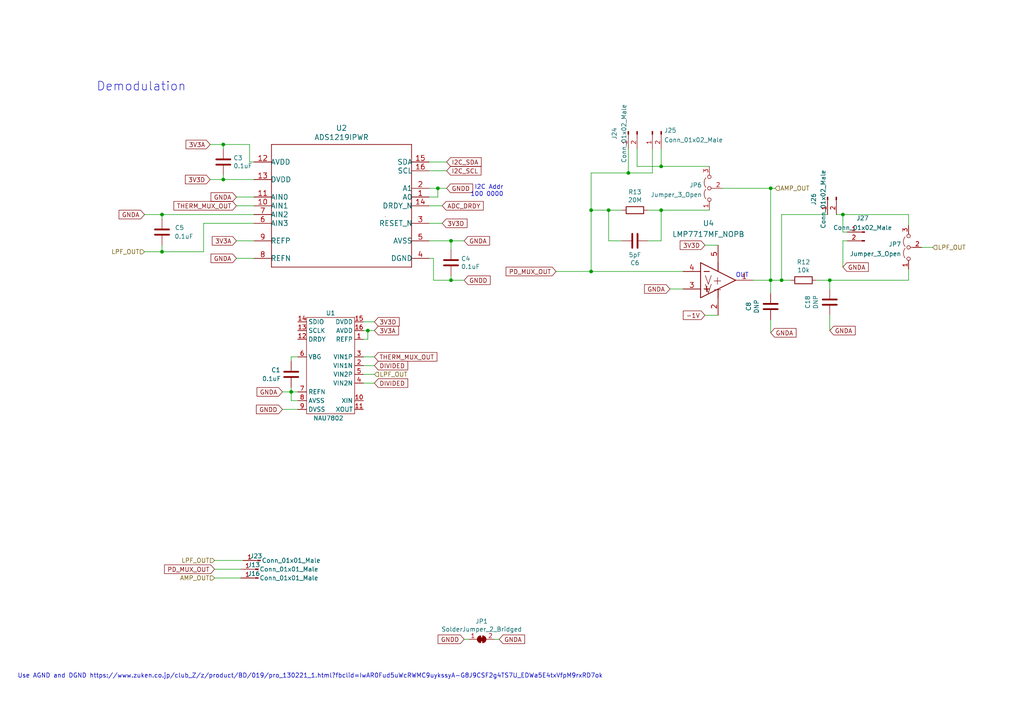
<source format=kicad_sch>
(kicad_sch (version 20211123) (generator eeschema)
  (paper "A4")
  (lib_symbols
    (symbol "Connector:Conn_01x01_Male" (pin_names (offset 1.016) hide)
      (property "Reference" "J" (at 0 2.54 0))
      (property "Value" "Conn_01x01_Male" (at 0 -2.54 0))
      (symbol "Conn_01x01_Male_1_1"
        (polyline (pts (xy 1.27 0) (xy 0.8636 0)) (stroke (width 0.1524)))
        (rectangle (start 0.8636 0.127) (end 0 -0.127) (stroke (width 0.1524)) (fill (type outline)))
        (pin passive line (at 5.08 0 180) (length 3.81) (name "Pin_1") (number "1"))
      )
    )
    (symbol "Connector:Conn_01x02_Male" (pin_names (offset 1.016) hide)
      (property "Reference" "J" (at 0 2.54 0))
      (property "Value" "Conn_01x02_Male" (at 0 -5.08 0))
      (symbol "Conn_01x02_Male_1_1"
        (polyline (pts (xy 1.27 -2.54) (xy 0.8636 -2.54)) (stroke (width 0.1524)))
        (polyline (pts (xy 1.27 0) (xy 0.8636 0)) (stroke (width 0.1524)))
        (rectangle (start 0.8636 -2.413) (end 0 -2.667) (stroke (width 0.1524)) (fill (type outline)))
        (rectangle (start 0.8636 0.127) (end 0 -0.127) (stroke (width 0.1524)) (fill (type outline)))
        (pin passive line (at 5.08 0 180) (length 3.81) (name "Pin_1") (number "1"))
        (pin passive line (at 5.08 -2.54 180) (length 3.81) (name "Pin_2") (number "2"))
      )
    )
    (symbol "Device:C" (pin_numbers hide) (pin_names (offset 0.254))
      (property "Reference" "C" (at 0.635 2.54 0))
      (property "Value" "C" (at 0.635 -2.54 0))
      (symbol "C_0_1"
        (polyline (pts (xy -2.032 -0.762) (xy 2.032 -0.762)) (stroke (width 0.508)))
        (polyline (pts (xy -2.032 0.762) (xy 2.032 0.762)) (stroke (width 0.508)))
      )
      (symbol "C_1_1"
        (pin passive line (at 0 3.81 270) (length 2.794) (name "~") (number "1"))
        (pin passive line (at 0 -3.81 90) (length 2.794) (name "~") (number "2"))
      )
    )
    (symbol "Device:R" (pin_numbers hide) (pin_names (offset 0))
      (property "Reference" "R" (at 2.032 0 90))
      (property "Value" "R" (at 0 0 90))
      (symbol "R_0_1"
        (rectangle (start -1.016 -2.54) (end 1.016 2.54) (stroke (width 0.254)))
      )
      (symbol "R_1_1"
        (pin passive line (at 0 3.81 270) (length 1.27) (name "~") (number "1"))
        (pin passive line (at 0 -3.81 90) (length 1.27) (name "~") (number "2"))
      )
    )
    (symbol "Jumper:Jumper_3_Open" (pin_names (offset 0) hide)
      (property "Reference" "JP" (at -2.54 -2.54 0))
      (property "Value" "Jumper_3_Open" (at 0 2.794 0))
      (symbol "Jumper_3_Open_0_0"
        (circle (center -3.302 0) (radius 0.508))
        (circle (center 0 0) (radius 0.508))
        (circle (center 3.302 0) (radius 0.508))
      )
      (symbol "Jumper_3_Open_0_1"
        (arc (start -0.254 1.016) (mid -1.651 1.4992) (end -3.048 1.016))
        (polyline (pts (xy 0 -0.508) (xy 0 -1.27)))
        (arc (start 3.048 1.016) (mid 1.651 1.4992) (end 0.254 1.016))
      )
      (symbol "Jumper_3_Open_1_1"
        (pin passive line (at -6.35 0 0) (length 2.54) (name "A") (number "1"))
        (pin input line (at 0 -3.81 90) (length 2.54) (name "C") (number "2"))
        (pin passive line (at 6.35 0 180) (length 2.54) (name "B") (number "3"))
      )
    )
    (symbol "Jumper:SolderJumper_2_Bridged" (pin_names (offset 0) hide)
      (property "Reference" "JP" (at 0 2.032 0))
      (property "Value" "SolderJumper_2_Bridged" (at 0 -2.54 0))
      (symbol "SolderJumper_2_Bridged_0_1"
        (rectangle (start -0.508 0.508) (end 0.508 -0.508) (fill (type outline)))
        (arc (start -0.254 1.016) (mid -1.27 0) (end -0.254 -1.016))
        (arc (start -0.254 1.016) (mid -1.27 0) (end -0.254 -1.016) (fill (type outline)))
        (polyline (pts (xy -0.254 1.016) (xy -0.254 -1.016)))
        (polyline (pts (xy 0.254 1.016) (xy 0.254 -1.016)))
        (arc (start 0.254 -1.016) (mid 1.27 0) (end 0.254 1.016))
        (arc (start 0.254 -1.016) (mid 1.27 0) (end 0.254 1.016) (fill (type outline)))
      )
      (symbol "SolderJumper_2_Bridged_1_1"
        (pin passive line (at -3.81 0 0) (length 2.54) (name "A") (number "1"))
        (pin passive line (at 3.81 0 180) (length 2.54) (name "B") (number "2"))
      )
    )
    (symbol "Ninja-qPCR:ADS122C04IPWR" (pin_names (offset -0.254))
      (property "Reference" "U" (at 0 2.54 0))
      (property "Value" "Ninja-qPCR_ADS122C04IPWR" (at 0 0 0))
      (symbol "ADS122C04IPWR_1_1"
        (polyline (pts (xy -20.32 -17.78) (xy 20.32 -17.78)) (stroke (width 0.2032)))
        (polyline (pts (xy -20.32 17.78) (xy -20.32 -17.78)) (stroke (width 0.2032)))
        (polyline (pts (xy 20.32 -17.78) (xy 20.32 17.78)) (stroke (width 0.2032)))
        (polyline (pts (xy 20.32 17.78) (xy -20.32 17.78)) (stroke (width 0.2032)))
        (pin input line (at 25.4 2.54 180) (length 5.08) (name "A0") (number "1"))
        (pin input line (at -25.4 0 0) (length 5.08) (name "AIN1") (number "10"))
        (pin input line (at -25.4 2.54 0) (length 5.08) (name "AIN0") (number "11"))
        (pin power_in line (at -25.4 12.7 0) (length 5.08) (name "AVDD") (number "12"))
        (pin power_in line (at -25.4 7.62 0) (length 5.08) (name "DVDD") (number "13"))
        (pin output line (at 25.4 0 180) (length 5.08) (name "DRDY_N") (number "14"))
        (pin bidirectional line (at 25.4 12.7 180) (length 5.08) (name "SDA") (number "15"))
        (pin input line (at 25.4 10.16 180) (length 5.08) (name "SCL") (number "16"))
        (pin input line (at 25.4 5.08 180) (length 5.08) (name "A1") (number "2"))
        (pin input line (at 25.4 -5.08 180) (length 5.08) (name "RESET_N") (number "3"))
        (pin power_in line (at 25.4 -15.24 180) (length 5.08) (name "DGND") (number "4"))
        (pin power_in line (at 25.4 -10.16 180) (length 5.08) (name "AVSS") (number "5"))
        (pin input line (at -25.4 -5.08 0) (length 5.08) (name "AIN3") (number "6"))
        (pin input line (at -25.4 -2.54 0) (length 5.08) (name "AIN2") (number "7"))
        (pin input line (at -25.4 -15.24 0) (length 5.08) (name "REFN") (number "8"))
        (pin input line (at -25.4 -10.16 0) (length 5.08) (name "REFP") (number "9"))
      )
    )
    (symbol "Ninja-qPCR:LMP7717MF_NOPB" (pin_names (offset 0) hide)
      (property "Reference" "U" (at 15.748 0.254 0))
      (property "Value" "Ninja-qPCR_LMP7717MF_NOPB" (at 15.748 -2.286 0))
      (symbol "LMP7717MF_NOPB_0_0"
        (text "V+" (at 3.81 -5.08 0) (effects (font (size 2.54 2.54))))
        (text "V-" (at 3.81 -7.62 0) (effects (font (size 2.54 2.54))))
      )
      (symbol "LMP7717MF_NOPB_1_1"
        (polyline (pts (xy 0 -10.16) (xy 10.16 -5.08)) (stroke (width 0.254)))
        (polyline (pts (xy 0 0) (xy 0 -10.16)) (stroke (width 0.254)))
        (polyline (pts (xy 0 0) (xy 10.16 -5.08)) (stroke (width 0.254)))
        (polyline (pts (xy 1.016 -7.62) (xy 2.54 -7.62)) (stroke (width 0.254)))
        (polyline (pts (xy 1.016 -2.54) (xy 2.54 -2.54)) (stroke (width 0.254)))
        (polyline (pts (xy 1.778 -6.858) (xy 1.778 -8.382)) (stroke (width 0.254)))
        (polyline (pts (xy 5.08 -7.62) (xy 5.08 -10.16)) (stroke (width 0.254)))
        (polyline (pts (xy 5.08 0) (xy 5.08 -2.54)) (stroke (width 0.254)))
        (pin output line (at 15.24 -5.08 180) (length 5.08) (name "OUT") (number "1"))
        (pin power_in line (at 5.08 -15.24 90) (length 5.08) (name "V-") (number "2"))
        (pin input line (at -5.08 -7.62 0) (length 5.08) (name "IN+") (number "3"))
        (pin input line (at -5.08 -2.54 0) (length 5.08) (name "IN-") (number "4"))
        (pin power_in line (at 5.08 5.08 270) (length 5.08) (name "V+") (number "5"))
      )
    )
    (symbol "Ninja-qPCR:NAU7802"
      (property "Reference" "U" (at 8.89 2.54 0))
      (property "Value" "NAU7802" (at 8.89 -27.94 0))
      (symbol "NAU7802_0_1"
        (rectangle (start 2.54 1.27) (end 16.51 -26.67) (stroke (width 0.1524)))
        (rectangle (start 25.4 30.48) (end 25.4 30.48) (stroke (width 0.1524)))
        (rectangle (start 25.4 30.48) (end 25.4 30.48) (stroke (width 0.1524)))
        (rectangle (start 25.4 30.48) (end 25.4 30.48) (stroke (width 0.1524)))
      )
      (symbol "NAU7802_1_1"
        (pin input line (at 19.05 -5.08 180) (length 2.54) (name "REFP") (number "1"))
        (pin input line (at 19.05 -22.86 180) (length 2.54) (name "XIN") (number "10"))
        (pin input line (at 19.05 -25.4 180) (length 2.54) (name "XOUT") (number "11"))
        (pin input line (at 0 -5.08 0) (length 2.54) (name "DRDY") (number "12"))
        (pin input line (at 0 -2.54 0) (length 2.54) (name "SCLK") (number "13"))
        (pin input line (at 0 0 0) (length 2.54) (name "SDIO") (number "14"))
        (pin input line (at 19.05 0 180) (length 2.54) (name "DVDD") (number "15"))
        (pin input line (at 19.05 -2.54 180) (length 2.54) (name "AVDD") (number "16"))
        (pin input line (at 19.05 -12.7 180) (length 2.54) (name "VIN1N") (number "2"))
        (pin input line (at 19.05 -10.16 180) (length 2.54) (name "VIN1P") (number "3"))
        (pin input line (at 19.05 -17.78 180) (length 2.54) (name "VIN2N") (number "4"))
        (pin input line (at 19.05 -15.24 180) (length 2.54) (name "VIN2P") (number "5"))
        (pin input line (at 0 -10.16 0) (length 2.54) (name "VBG") (number "6"))
        (pin input line (at 0 -20.32 0) (length 2.54) (name "REFN") (number "7"))
        (pin input line (at 0 -22.86 0) (length 2.54) (name "AVSS") (number "8"))
        (pin input line (at 0 -25.4 0) (length 2.54) (name "DVSS") (number "9"))
      )
    )
  )
  (junction (at 84.455 113.665))
  (junction (at 171.45 60.96))
  (junction (at 130.81 81.28))
  (junction (at 240.665 81.28))
  (junction (at 244.475 62.23))
  (junction (at 176.53 60.96))
  (junction (at 191.77 48.26))
  (junction (at 106.68 95.885))
  (junction (at 64.77 52.07))
  (junction (at 64.77 41.91))
  (junction (at 182.245 50.165))
  (junction (at 46.99 62.23))
  (junction (at 226.695 81.28))
  (junction (at 191.77 60.96))
  (junction (at 171.45 78.74))
  (junction (at 223.52 54.61))
  (junction (at 46.99 73.025))
  (junction (at 127 54.61))
  (junction (at 130.81 69.85))
  (junction (at 223.52 81.28))
  (wire (pts (xy 240.665 81.28) (xy 263.525 81.28)))
  (wire (pts (xy 68.58 57.15) (xy 73.66 57.15)))
  (wire (pts (xy 191.77 60.96) (xy 191.77 69.85)))
  (wire (pts (xy 161.29 78.74) (xy 171.45 78.74)))
  (wire (pts (xy 263.525 62.23) (xy 263.525 65.405)))
  (wire (pts (xy 240.665 81.28) (xy 240.665 83.82)))
  (wire (pts (xy 86.36 103.505) (xy 84.455 103.505)))
  (wire (pts (xy 130.81 69.85) (xy 134.62 69.85)))
  (wire (pts (xy 218.44 81.28) (xy 223.52 81.28)))
  (wire (pts (xy 46.99 73.025) (xy 59.055 73.025)))
  (wire (pts (xy 84.455 113.665) (xy 86.36 113.665)))
  (wire (pts (xy 64.77 52.07) (xy 73.66 52.07)))
  (wire (pts (xy 62.23 167.64) (xy 69.85 167.64)))
  (wire (pts (xy 191.77 43.18) (xy 191.77 48.26)))
  (wire (pts (xy 60.96 52.07) (xy 64.77 52.07)))
  (wire (pts (xy 134.62 185.42) (xy 135.89 185.42)))
  (wire (pts (xy 105.41 98.425) (xy 106.68 98.425)))
  (wire (pts (xy 180.34 69.85) (xy 176.53 69.85)))
  (wire (pts (xy 171.45 60.96) (xy 171.45 78.74)))
  (wire (pts (xy 176.53 60.96) (xy 171.45 60.96)))
  (wire (pts (xy 236.855 81.28) (xy 240.665 81.28)))
  (wire (pts (xy 128.27 59.69) (xy 124.46 59.69)))
  (wire (pts (xy 189.23 43.18) (xy 189.23 50.165)))
  (wire (pts (xy 124.46 49.53) (xy 129.54 49.53)))
  (wire (pts (xy 130.81 81.28) (xy 130.81 80.01)))
  (wire (pts (xy 226.695 62.23) (xy 226.695 81.28)))
  (wire (pts (xy 244.475 69.85) (xy 244.475 77.47)))
  (wire (pts (xy 124.46 46.99) (xy 129.54 46.99)))
  (wire (pts (xy 105.41 95.885) (xy 106.68 95.885)))
  (wire (pts (xy 242.57 62.23) (xy 244.475 62.23)))
  (wire (pts (xy 226.695 81.28) (xy 229.235 81.28)))
  (wire (pts (xy 46.99 62.23) (xy 73.66 62.23)))
  (wire (pts (xy 130.81 81.28) (xy 125.73 81.28)))
  (wire (pts (xy 124.46 69.85) (xy 130.81 69.85)))
  (wire (pts (xy 46.99 71.12) (xy 46.99 73.025)))
  (wire (pts (xy 223.52 54.61) (xy 223.52 81.28)))
  (wire (pts (xy 68.58 69.85) (xy 73.66 69.85)))
  (wire (pts (xy 205.74 48.26) (xy 191.77 48.26)))
  (wire (pts (xy 184.785 48.26) (xy 184.785 43.18)))
  (wire (pts (xy 263.525 81.28) (xy 263.525 78.105)))
  (wire (pts (xy 130.81 72.39) (xy 130.81 69.85)))
  (wire (pts (xy 68.58 59.69) (xy 73.66 59.69)))
  (wire (pts (xy 204.47 91.44) (xy 208.28 91.44)))
  (wire (pts (xy 59.055 64.77) (xy 73.66 64.77)))
  (wire (pts (xy 105.41 111.125) (xy 108.585 111.125)))
  (wire (pts (xy 176.53 69.85) (xy 176.53 60.96)))
  (wire (pts (xy 72.39 41.91) (xy 72.39 46.99)))
  (wire (pts (xy 105.41 108.585) (xy 108.585 108.585)))
  (wire (pts (xy 60.96 41.91) (xy 64.77 41.91)))
  (wire (pts (xy 223.52 92.71) (xy 223.52 96.52)))
  (wire (pts (xy 128.27 64.77) (xy 124.46 64.77)))
  (wire (pts (xy 245.745 69.85) (xy 244.475 69.85)))
  (wire (pts (xy 144.78 185.42) (xy 143.51 185.42)))
  (wire (pts (xy 81.915 113.665) (xy 84.455 113.665)))
  (wire (pts (xy 240.665 91.44) (xy 240.665 95.885)))
  (wire (pts (xy 171.45 50.165) (xy 171.45 60.96)))
  (wire (pts (xy 244.475 62.23) (xy 263.525 62.23)))
  (wire (pts (xy 84.455 113.665) (xy 84.455 116.205)))
  (wire (pts (xy 125.73 74.93) (xy 124.46 74.93)))
  (wire (pts (xy 223.52 81.28) (xy 226.695 81.28)))
  (wire (pts (xy 64.77 50.8) (xy 64.77 52.07)))
  (wire (pts (xy 73.66 74.93) (xy 68.58 74.93)))
  (wire (pts (xy 240.03 62.23) (xy 226.695 62.23)))
  (wire (pts (xy 105.41 106.045) (xy 108.585 106.045)))
  (wire (pts (xy 127 57.15) (xy 127 54.61)))
  (wire (pts (xy 64.77 43.18) (xy 64.77 41.91)))
  (wire (pts (xy 106.68 95.885) (xy 108.585 95.885)))
  (wire (pts (xy 182.245 43.18) (xy 182.245 50.165)))
  (wire (pts (xy 41.91 73.025) (xy 46.99 73.025)))
  (wire (pts (xy 81.915 118.745) (xy 86.36 118.745)))
  (wire (pts (xy 194.31 83.82) (xy 198.12 83.82)))
  (wire (pts (xy 124.46 57.15) (xy 127 57.15)))
  (wire (pts (xy 41.91 62.23) (xy 46.99 62.23)))
  (wire (pts (xy 84.455 112.395) (xy 84.455 113.665)))
  (wire (pts (xy 223.52 54.61) (xy 224.79 54.61)))
  (wire (pts (xy 124.46 54.61) (xy 127 54.61)))
  (wire (pts (xy 187.96 69.85) (xy 191.77 69.85)))
  (wire (pts (xy 191.77 48.26) (xy 184.785 48.26)))
  (wire (pts (xy 84.455 116.205) (xy 86.36 116.205)))
  (wire (pts (xy 62.23 162.56) (xy 70.485 162.56)))
  (wire (pts (xy 209.55 54.61) (xy 223.52 54.61)))
  (wire (pts (xy 244.475 62.23) (xy 244.475 67.31)))
  (wire (pts (xy 105.41 103.505) (xy 108.585 103.505)))
  (wire (pts (xy 46.99 62.23) (xy 46.99 63.5)))
  (wire (pts (xy 125.73 81.28) (xy 125.73 74.93)))
  (wire (pts (xy 171.45 78.74) (xy 198.12 78.74)))
  (wire (pts (xy 245.745 67.31) (xy 244.475 67.31)))
  (wire (pts (xy 204.47 71.12) (xy 208.28 71.12)))
  (wire (pts (xy 106.68 95.885) (xy 106.68 98.425)))
  (wire (pts (xy 127 54.61) (xy 129.54 54.61)))
  (wire (pts (xy 267.335 71.755) (xy 270.51 71.755)))
  (wire (pts (xy 84.455 103.505) (xy 84.455 104.775)))
  (wire (pts (xy 59.055 73.025) (xy 59.055 64.77)))
  (wire (pts (xy 182.245 50.165) (xy 171.45 50.165)))
  (wire (pts (xy 191.77 60.96) (xy 187.96 60.96)))
  (wire (pts (xy 134.62 81.28) (xy 130.81 81.28)))
  (wire (pts (xy 223.52 81.28) (xy 223.52 85.09)))
  (wire (pts (xy 62.23 165.1) (xy 69.85 165.1)))
  (wire (pts (xy 64.77 41.91) (xy 72.39 41.91)))
  (wire (pts (xy 205.74 60.96) (xy 191.77 60.96)))
  (wire (pts (xy 189.23 50.165) (xy 182.245 50.165)))
  (wire (pts (xy 176.53 60.96) (xy 180.34 60.96)))
  (wire (pts (xy 105.41 93.345) (xy 108.585 93.345)))
  (wire (pts (xy 72.39 46.99) (xy 73.66 46.99)))
  (text "Use AGND and DGND  https://www.zuken.co.jp/club_Z/z/product/BD/019/pro_130221_1.html?fbclid=IwAR0Fud5uWcRWMC9uykssyA-G8J9CSF2g4TS7U_EDWa5E4txVfpM9rxRD7ok" (at 5.08 196.85 0) (effects (font (size 1.27 1.27)) (justify left bottom)))
  (text "Demodulation" (at 27.94 26.67 0) (effects (font (size 2.54 2.54)) (justify left bottom)))
  (text "I2C Addr\n100 0000" (at 146.05 57.15 180) (effects (font (size 1.27 1.27)) (justify right bottom)))
  (text "OUT" (at 213.36 80.645 0) (effects (font (size 1.27 1.27)) (justify left bottom)))
  (global_label "GNDA" (shape input) (at 81.915 113.665 180) (property "Intersheet References" "${INTERSHEET_REFS}" (effects hide)))
  (global_label "I2C_SCL" (shape input) (at 129.54 49.53 0) (property "Intersheet References" "${INTERSHEET_REFS}" (effects hide)))
  (global_label "ADC_DRDY" (shape input) (at 128.27 59.69 0) (property "Intersheet References" "${INTERSHEET_REFS}" (effects hide)))
  (global_label "3V3D" (shape input) (at 108.585 93.345 0) (property "Intersheet References" "${INTERSHEET_REFS}" (effects hide)))
  (global_label "3V3A" (shape input) (at 68.58 69.85 180) (property "Intersheet References" "${INTERSHEET_REFS}" (effects hide)))
  (global_label "GNDA" (shape input) (at 41.91 62.23 180) (property "Intersheet References" "${INTERSHEET_REFS}" (effects hide)))
  (global_label "3V3D" (shape input) (at 204.47 71.12 180) (property "Intersheet References" "${INTERSHEET_REFS}" (effects hide)))
  (global_label "DIVIDED" (shape input) (at 108.585 106.045 0) (property "Intersheet References" "${INTERSHEET_REFS}" (effects hide)))
  (global_label "THERM_MUX_OUT" (shape input) (at 108.585 103.505 0) (property "Intersheet References" "${INTERSHEET_REFS}" (effects hide)))
  (global_label "PD_MUX_OUT" (shape input) (at 62.23 165.1 180) (property "Intersheet References" "${INTERSHEET_REFS}" (effects hide)))
  (global_label "I2C_SDA" (shape input) (at 129.54 46.99 0) (property "Intersheet References" "${INTERSHEET_REFS}" (effects hide)))
  (global_label "PD_MUX_OUT" (shape input) (at 161.29 78.74 180) (property "Intersheet References" "${INTERSHEET_REFS}" (effects hide)))
  (global_label "GNDD" (shape input) (at 134.62 185.42 180) (property "Intersheet References" "${INTERSHEET_REFS}" (effects hide)))
  (global_label "3V3A" (shape input) (at 108.585 95.885 0) (property "Intersheet References" "${INTERSHEET_REFS}" (effects hide)))
  (global_label "3V3D" (shape input) (at 60.96 52.07 180) (property "Intersheet References" "${INTERSHEET_REFS}" (effects hide)))
  (global_label "GNDA" (shape input) (at 144.78 185.42 0) (property "Intersheet References" "${INTERSHEET_REFS}" (effects hide)))
  (global_label "DIVIDED" (shape input) (at 108.585 111.125 0) (property "Intersheet References" "${INTERSHEET_REFS}" (effects hide)))
  (global_label "3V3D" (shape input) (at 128.27 64.77 0) (property "Intersheet References" "${INTERSHEET_REFS}" (effects hide)))
  (global_label "GNDA" (shape input) (at 240.665 95.885 0) (property "Intersheet References" "${INTERSHEET_REFS}" (effects hide)))
  (global_label "GNDD" (shape input) (at 129.54 54.61 0) (property "Intersheet References" "${INTERSHEET_REFS}" (effects hide)))
  (global_label "-1V" (shape input) (at 204.47 91.44 180) (property "Intersheet References" "${INTERSHEET_REFS}" (effects hide)))
  (global_label "GNDA" (shape input) (at 244.475 77.47 0) (property "Intersheet References" "${INTERSHEET_REFS}" (effects hide)))
  (global_label "GNDA" (shape input) (at 194.31 83.82 180) (property "Intersheet References" "${INTERSHEET_REFS}" (effects hide)))
  (global_label "3V3A" (shape input) (at 60.96 41.91 180) (property "Intersheet References" "${INTERSHEET_REFS}" (effects hide)))
  (global_label "GNDD" (shape input) (at 134.62 81.28 0) (property "Intersheet References" "${INTERSHEET_REFS}" (effects hide)))
  (global_label "GNDD" (shape input) (at 81.915 118.745 180) (property "Intersheet References" "${INTERSHEET_REFS}" (effects hide)))
  (global_label "GNDA" (shape input) (at 134.62 69.85 0) (property "Intersheet References" "${INTERSHEET_REFS}" (effects hide)))
  (global_label "THERM_MUX_OUT" (shape input) (at 68.58 59.69 180) (property "Intersheet References" "${INTERSHEET_REFS}" (effects hide)))
  (global_label "GNDA" (shape input) (at 223.52 96.52 0) (property "Intersheet References" "${INTERSHEET_REFS}" (effects hide)))
  (global_label "GNDA" (shape input) (at 68.58 57.15 180) (property "Intersheet References" "${INTERSHEET_REFS}" (effects hide)))
  (global_label "GNDA" (shape input) (at 68.58 74.93 180) (property "Intersheet References" "${INTERSHEET_REFS}" (effects hide)))
  (hierarchical_label "LPF_OUT" (shape input) (at 108.585 108.585 0))
  (hierarchical_label "LPF_OUT" (shape input) (at 270.51 71.755 0))
  (hierarchical_label "AMP_OUT" (shape input) (at 62.23 167.64 180))
  (hierarchical_label "AMP_OUT" (shape input) (at 224.79 54.61 0))
  (hierarchical_label "LPF_OUT" (shape input) (at 62.23 162.56 180))
  (hierarchical_label "LPF_OUT" (shape input) (at 41.91 73.025 180))
  (symbol (lib_id "Connector:Conn_01x01_Male") (at 74.93 165.1 0) (mirror y) (unit 1)
    (property "Reference" "J13" (at 73.66 163.83 0))
    (property "Value" "Conn_01x01_Male" (at 83.82 165.1 0))
    (property "Footprint" "Connector_PinHeader_1.27mm:PinHeader_1x01_P1.27mm_Vertical" (effects hide))
  )
  (symbol (lib_id "Device:C") (at 223.52 88.9 0) (unit 1)
    (property "Reference" "C8" (at 217.1192 88.9 90))
    (property "Value" "DNP" (at 219.4306 88.9 90))
    (property "Footprint" "Capacitor_SMD:C_0603_1608Metric" (effects hide))
  )
  (symbol (lib_id "Device:R") (at 184.15 60.96 90) (mirror x) (unit 1)
    (property "Reference" "R13" (at 184.15 55.7022 90))
    (property "Value" "20M" (at 184.15 58.0136 90))
    (property "Footprint" "Resistor_SMD:R_0603_1608Metric" (effects hide))
  )
  (symbol (lib_id "Device:C") (at 184.15 69.85 270) (mirror x) (unit 1)
    (property "Reference" "C6" (at 184.15 76.2508 90))
    (property "Value" "5pF" (at 184.15 73.9394 90))
    (property "Footprint" "Capacitor_SMD:C_0603_1608Metric" (effects hide))
  )
  (symbol (lib_id "Ninja-qPCR:ADS122C04IPWR") (at 99.06 59.69 0) (unit 1)
    (property "Reference" "U2" (at 99.06 37.1348 0) (effects (font (size 1.524 1.524))))
    (property "Value" "ADS1219IPWR" (at 99.06 39.8272 0) (effects (font (size 1.524 1.524))))
    (property "Footprint" "Ninja-qPCR:ADS122C04IPWR" (effects hide))
  )
  (symbol (lib_id "Ninja-qPCR:LMP7717MF_NOPB") (at 203.2 76.2 0) (unit 1)
    (property "Reference" "U4" (at 203.835 64.77 0) (effects (font (size 1.524 1.524)) (justify left)))
    (property "Value" "LMP7717MF_NOPB" (at 194.945 67.945 0) (effects (font (size 1.524 1.524)) (justify left)))
    (property "Footprint" "Package_TO_SOT_SMD:SOT-23-5" (effects hide))
  )
  (symbol (lib_id "Device:C") (at 64.77 46.99 0) (unit 1)
    (property "Reference" "C3" (at 67.691 45.8216 0) (effects (justify left)))
    (property "Value" "0.1uF" (at 67.691 48.133 0) (effects (justify left)))
    (property "Footprint" "Capacitor_SMD:C_0603_1608Metric" (effects hide))
  )
  (symbol (lib_id "Device:C") (at 130.81 76.2 0) (unit 1)
    (property "Reference" "C4" (at 133.731 75.0316 0) (effects (justify left)))
    (property "Value" "0.1uF" (at 133.731 77.343 0) (effects (justify left)))
    (property "Footprint" "Capacitor_SMD:C_0603_1608Metric" (effects hide))
  )
  (symbol (lib_id "Jumper:SolderJumper_2_Bridged") (at 139.7 185.42 0) (unit 1)
    (property "Reference" "JP1" (at 139.7 180.213 0))
    (property "Value" "SolderJumper_2_Bridged" (at 139.7 182.5244 0))
    (property "Footprint" "Jumper:SolderJumper-2_P1.3mm_Bridged_RoundedPad1.0x1.5mm" (effects hide))
  )
  (symbol (lib_id "Connector:Conn_01x01_Male") (at 74.93 167.64 0) (mirror y) (unit 1)
    (property "Reference" "J16" (at 73.66 166.37 0))
    (property "Value" "Conn_01x01_Male" (at 83.82 167.64 0))
    (property "Footprint" "Connector_PinHeader_1.27mm:PinHeader_1x01_P1.27mm_Vertical" (effects hide))
  )
  (symbol (lib_id "Connector:Conn_01x01_Male") (at 75.565 162.56 0) (mirror y) (unit 1)
    (property "Reference" "J23" (at 74.295 161.29 0))
    (property "Value" "Conn_01x01_Male" (at 84.455 162.56 0))
    (property "Footprint" "Connector_PinHeader_1.27mm:PinHeader_1x01_P1.27mm_Vertical" (effects hide))
  )
  (symbol (lib_id "Connector:Conn_01x02_Male") (at 189.23 38.1 90) (mirror x) (unit 1)
    (property "Reference" "J25" (at 192.6082 37.8265 90) (effects (justify right)))
    (property "Value" "Conn_01x02_Male" (at 192.6082 40.6016 90) (effects (justify right)))
    (property "Footprint" "Connector_PinHeader_1.27mm:PinHeader_1x02_P1.27mm_Vertical" (effects hide))
  )
  (symbol (lib_id "Connector:Conn_01x02_Male") (at 182.245 38.1 90) (mirror x) (unit 1)
    (property "Reference" "J24" (at 178.2023 38.735 0))
    (property "Value" "Conn_01x02_Male" (at 180.9774 38.735 0))
    (property "Footprint" "Connector_PinHeader_1.27mm:PinHeader_1x02_P1.27mm_Vertical" (effects hide))
  )
  (symbol (lib_id "Connector:Conn_01x02_Male") (at 250.825 67.31 0) (mirror y) (unit 1)
    (property "Reference" "J27" (at 250.19 63.2673 0))
    (property "Value" "Conn_01x02_Male" (at 250.19 66.0424 0))
    (property "Footprint" "Connector_PinHeader_1.27mm:PinHeader_1x02_P1.27mm_Vertical" (effects hide))
  )
  (symbol (lib_id "Device:C") (at 240.665 87.63 0) (unit 1)
    (property "Reference" "C18" (at 234.2642 87.63 90))
    (property "Value" "DNP" (at 236.5756 87.63 90))
    (property "Footprint" "Capacitor_SMD:C_0402_1005Metric" (effects hide))
  )
  (symbol (lib_id "Ninja-qPCR:NAU7802") (at 86.36 93.345 0) (unit 1)
    (property "Reference" "U1" (at 95.885 90.805 0))
    (property "Value" "NAU7802" (at 95.25 121.285 0))
  )
  (symbol (lib_id "Device:R") (at 233.045 81.28 270) (unit 1)
    (property "Reference" "R12" (at 233.045 76.0222 90))
    (property "Value" "10k" (at 233.045 78.3336 90))
    (property "Footprint" "Resistor_SMD:R_0603_1608Metric" (effects hide))
  )
  (symbol (lib_id "Jumper:Jumper_3_Open") (at 263.525 71.755 90) (unit 1)
    (property "Reference" "JP7" (at 261.3909 70.8465 90) (effects (justify left)))
    (property "Value" "Jumper_3_Open" (at 261.3909 73.6216 90) (effects (justify left)))
    (property "Footprint" "Jumper:SolderJumper-3_P2.0mm_Open_TrianglePad1.0x1.5mm" (effects hide))
  )
  (symbol (lib_id "Connector:Conn_01x02_Male") (at 240.03 57.15 90) (mirror x) (unit 1)
    (property "Reference" "J26" (at 235.9873 57.785 0))
    (property "Value" "Conn_01x02_Male" (at 238.7624 57.785 0))
    (property "Footprint" "Connector_PinHeader_1.27mm:PinHeader_1x02_P1.27mm_Vertical" (effects hide))
  )
  (symbol (lib_id "Device:C") (at 84.455 108.585 0) (unit 1)
    (property "Reference" "C1" (at 80.01 107.315 0))
    (property "Value" "0.1uF" (at 78.74 109.855 0))
    (property "Footprint" "Capacitor_SMD:C_0603_1608Metric" (effects hide))
  )
  (symbol (lib_id "Device:C") (at 46.99 67.31 0) (unit 1)
    (property "Reference" "C5" (at 52.07 66.04 0))
    (property "Value" "0.1uF" (at 53.34 68.58 0))
    (property "Footprint" "Capacitor_SMD:C_0603_1608Metric" (effects hide))
  )
  (symbol (lib_id "Jumper:Jumper_3_Open") (at 205.74 54.61 90) (unit 1)
    (property "Reference" "JP6" (at 203.6059 53.7015 90) (effects (justify left)))
    (property "Value" "Jumper_3_Open" (at 203.6059 56.4766 90) (effects (justify left)))
    (property "Footprint" "Jumper:SolderJumper-3_P2.0mm_Open_TrianglePad1.0x1.5mm" (effects hide))
  )
)
</source>
